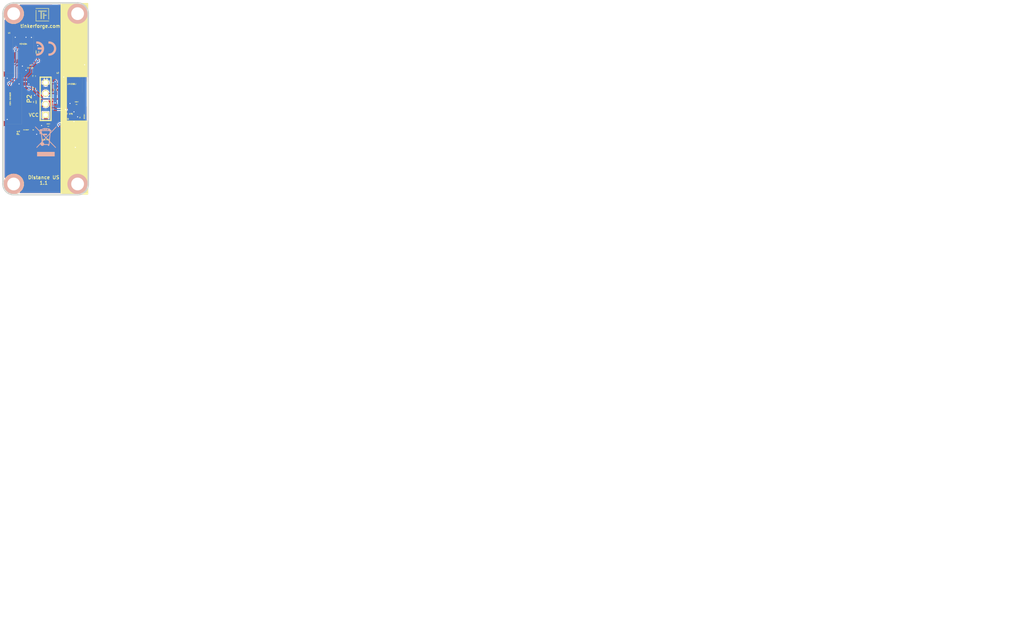
<source format=kicad_pcb>
(kicad_pcb (version 4) (host pcbnew "(2015-03-18 BZR 5525)-product")
  (title_block (title "Distance US Bricklet") (date "Di 01 Sep 2015") (rev 1.1) (company "Tinkerforge GmbH") (comment 1 "Licensed under CERN OHL v.1.1") (comment 2 "Copyright (©) 2015, B.Nordmeyer <bastian@tinkerforge.com>"))
  (layers (0 Vorderseite signal) (31 Rückseite signal) (34 B.Paste user) (35 F.Paste user) (36 B.SilkS user) (37 F.SilkS user) (38 B.Mask user) (39 F.Mask user) (44 Edge.Cuts user))
  (net 0 "")
  (net 1 +5V)
  (net 2 GND)
  (net 3 Trigger)
  (net 4 VAA)
  (net 5 VCC)
  (net 6 "Net-(C5-Pad2)")
  (net 7 "Net-(C6-Pad1)")
  (net 8 "Net-(D1-Pad1)")
  (net 9 "Net-(D1-Pad2)")
  (net 10 "Net-(P1-Pad4)")
  (net 11 "Net-(P1-Pad5)")
  (net 12 "Net-(P1-Pad6)")
  (net 13 "Net-(P1-Pad8)")
  (net 14 "Net-(P1-Pad9)")
  (net 15 "Net-(P2-Pad3)")
  (net 16 "Net-(R2-Pad1)")
  (net 17 "Net-(R4-Pad2)")
  (module kicad-libraries:0603 (layer Vorderseite) (at 50.3 39.9 90)
    (fp_text reference C1 (at 0.05 0.225 90) (layer F.SilkS) (effects (font (size 0.2 0.2) (thickness 0.05))))
    (fp_text value 100nF (at 0.05 -0.375 90) (layer F.SilkS) (effects (font (size 0.2 0.2) (thickness 0.05))))
    (pad 1 smd rect (at -0.8001 0 90) (size 0.8001 0.8001) (layers Vorderseite F.Paste F.Mask) (net 2 GND))
    (pad 2 smd rect (at 0.8001 0 90) (size 0.8001 0.8001) (layers Vorderseite F.Paste F.Mask) (net 1 +5V))
  )
  (module kicad-libraries:0805 (layer Vorderseite) (at 49.3 34.625 180)
    (fp_text reference C2 (at 0 0.2 180) (layer F.SilkS) (effects (font (size 0.2 0.2) (thickness 0.05))))
    (fp_text value "2.2uF 10V" (at 0 -0.4 180) (layer F.SilkS) (effects (font (size 0.2 0.2) (thickness 0.05))))
    (pad 1 smd rect (at -1.00076 0 180) (size 1.00076 1.24968) (layers Vorderseite F.Paste F.Mask) (net 4 VAA))
    (pad 2 smd rect (at 1.00076 0 180) (size 1.00076 1.24968) (layers Vorderseite F.Paste F.Mask) (net 2 GND))
  )
  (module kicad-libraries:0603 (layer Vorderseite) (at 51.05 31.35 90)
    (fp_text reference C3 (at 0.05 0.225 90) (layer F.SilkS) (effects (font (size 0.2 0.2) (thickness 0.05))))
    (fp_text value 100nF (at 0.05 -0.375 90) (layer F.SilkS) (effects (font (size 0.2 0.2) (thickness 0.05))))
    (pad 1 smd rect (at -0.8001 0 90) (size 0.8001 0.8001) (layers Vorderseite F.Paste F.Mask) (net 5 VCC) (clearance 0.14986))
    (pad 2 smd rect (at 0.8001 0 90) (size 0.8001 0.8001) (layers Vorderseite F.Paste F.Mask) (net 2 GND) (clearance 0.14986))
  )
  (module kicad-libraries:0603 (layer Vorderseite) (at 60.125 43.4)
    (fp_text reference C4 (at 0.05 0.225) (layer F.SilkS) (effects (font (size 0.2 0.2) (thickness 0.05))))
    (fp_text value 100nF (at 0.05 -0.375) (layer F.SilkS) (effects (font (size 0.2 0.2) (thickness 0.05))))
    (pad 1 smd rect (at -0.8001 0) (size 0.8001 0.8001) (layers Vorderseite F.Paste F.Mask) (net 2 GND))
    (pad 2 smd rect (at 0.8001 0) (size 0.8001 0.8001) (layers Vorderseite F.Paste F.Mask) (net 5 VCC))
  )
  (module kicad-libraries:0603 (layer Vorderseite) (at 50.3 43 270)
    (fp_text reference C5 (at 0.05 0.225 270) (layer F.SilkS) (effects (font (size 0.2 0.2) (thickness 0.05))))
    (fp_text value 100nF (at 0.05 -0.375 270) (layer F.SilkS) (effects (font (size 0.2 0.2) (thickness 0.05))))
    (pad 1 smd rect (at -0.8001 0 270) (size 0.8001 0.8001) (layers Vorderseite F.Paste F.Mask) (net 2 GND))
    (pad 2 smd rect (at 0.8001 0 270) (size 0.8001 0.8001) (layers Vorderseite F.Paste F.Mask) (net 6 "Net-(C5-Pad2)"))
  )
  (module kicad-libraries:1206 (layer Vorderseite) (at 58.05 46.5)
    (fp_text reference C6 (at 0 0.5375) (layer F.SilkS) (effects (font (size 0.3 0.3) (thickness 0.075))))
    (fp_text value "0,1µF NP0" (at 0 -0.65) (layer F.SilkS) (effects (font (size 0.3 0.3) (thickness 0.075))))
    (pad 1 smd rect (at -1.50114 0) (size 1.00076 1.6002) (layers Vorderseite F.Paste F.Mask) (net 7 "Net-(C6-Pad1)"))
    (pad 2 smd rect (at 1.50114 0) (size 1.00076 1.6002) (layers Vorderseite F.Paste F.Mask) (net 2 GND))
  )
  (module kicad-libraries:0603 (layer Vorderseite) (at 53.5 48.575)
    (fp_text reference C7 (at 0.05 0.225) (layer F.SilkS) (effects (font (size 0.2 0.2) (thickness 0.05))))
    (fp_text value 100nF (at 0.05 -0.375) (layer F.SilkS) (effects (font (size 0.2 0.2) (thickness 0.05))))
    (pad 1 smd rect (at -0.8001 0) (size 0.8001 0.8001) (layers Vorderseite F.Paste F.Mask) (net 2 GND))
    (pad 2 smd rect (at 0.8001 0) (size 0.8001 0.8001) (layers Vorderseite F.Paste F.Mask) (net 4 VAA))
  )
  (module kicad-libraries:SOD-123 (layer Vorderseite) (at 61.425 46.975 270)
    (fp_text reference D1 (at -0.3 0.46 270) (layer F.SilkS) (effects (font (size 0.2 0.2) (thickness 0.05))))
    (fp_text value BAS16H (at -0.5 -0.54 270) (layer F.SilkS) (effects (font (size 0.2 0.2) (thickness 0.05))))
    (pad 1 smd rect (at -1.84912 0 270) (size 1.19888 0.70104) (layers Vorderseite F.Paste F.Mask) (net 8 "Net-(D1-Pad1)") (clearance 0.14986))
    (pad 2 smd rect (at 1.84912 0 270) (size 1.19888 0.70104) (layers Vorderseite F.Paste F.Mask) (net 9 "Net-(D1-Pad2)") (clearance 0.14986))
  )
  (module kicad-libraries:0603 (layer Vorderseite) (at 50.3 37 90)
    (fp_text reference L1 (at 0.05 0.225 90) (layer F.SilkS) (effects (font (size 0.2 0.2) (thickness 0.05))))
    (fp_text value FB (at 0.05 -0.375 90) (layer F.SilkS) (effects (font (size 0.2 0.2) (thickness 0.05))))
    (pad 1 smd rect (at -0.8001 0 90) (size 0.8001 0.8001) (layers Vorderseite F.Paste F.Mask) (net 1 +5V))
    (pad 2 smd rect (at 0.8001 0 90) (size 0.8001 0.8001) (layers Vorderseite F.Paste F.Mask) (net 4 VAA))
  )
  (module kicad-libraries:CON-SENSOR (layer Vorderseite) (at 43 42.3 270)
    (fp_text reference P1 (at 7.9502 -3.50012 270) (layer F.SilkS) (effects (font (size 0.59944 0.59944) (thickness 0.12446))))
    (fp_text value CON-SENSOR (at 0 -1.6002 270) (layer F.SilkS) (effects (font (size 0.29972 0.29972) (thickness 0.07112))))
    (pad 1 smd rect (at -4.50088 -4.7752 270) (size 0.59944 1.5494) (layers Vorderseite F.Paste F.Mask) (net 1 +5V))
    (pad 2 smd rect (at -3.50012 -4.7752 270) (size 0.59944 1.5494) (layers Vorderseite F.Paste F.Mask) (net 2 GND))
    (pad 3 smd rect (at -2.49936 -4.7752 270) (size 0.59944 1.5494) (layers Vorderseite F.Paste F.Mask) (net 5 VCC))
    (pad 4 smd rect (at -1.50114 -4.7752 270) (size 0.59944 1.5494) (layers Vorderseite F.Paste F.Mask) (net 10 "Net-(P1-Pad4)"))
    (pad 5 smd rect (at -0.50038 -4.7752 270) (size 0.59944 1.5494) (layers Vorderseite F.Paste F.Mask) (net 11 "Net-(P1-Pad5)"))
    (pad 6 smd rect (at 0.50038 -4.7752 270) (size 0.59944 1.5494) (layers Vorderseite F.Paste F.Mask) (net 12 "Net-(P1-Pad6)"))
    (pad 7 smd rect (at 1.50114 -4.7752 270) (size 0.59944 1.5494) (layers Vorderseite F.Paste F.Mask) (net 6 "Net-(C5-Pad2)"))
    (pad 8 smd rect (at 2.49936 -4.7752 270) (size 0.59944 1.5494) (layers Vorderseite F.Paste F.Mask) (net 13 "Net-(P1-Pad8)"))
    (pad 9 smd rect (at 3.50012 -4.7752 270) (size 0.59944 1.5494) (layers Vorderseite F.Paste F.Mask) (net 14 "Net-(P1-Pad9)"))
    (pad 10 smd rect (at 4.50088 -4.7752 270) (size 0.59944 1.5494) (layers Vorderseite F.Paste F.Mask))
    (pad EP smd rect (at -5.79882 -0.89916 270) (size 1.19888 1.80086) (layers Vorderseite F.Paste F.Mask) (net 2 GND))
    (pad EP smd rect (at 5.79882 -0.89916 270) (size 1.19888 1.80086) (layers Vorderseite F.Paste F.Mask) (net 2 GND))
  )
  (module kicad-libraries:pin_array_4x1 (layer Vorderseite) (at 52.9 42.3 90)
    (fp_text reference P2 (at 0 -3.81 90) (layer F.SilkS) (effects (font (size 1.016 1.016) (thickness 0.2032))))
    (fp_text value CONN_4 hide)
    (pad 1 thru_hole rect (at -3.81 0 90) (size 1.524 1.524) (drill 1.016) (layers *.Cu *.Mask F.SilkS) (net 4 VAA))
    (pad 2 thru_hole circle (at -1.27 0 90) (size 1.524 1.524) (drill 1.016) (layers *.Cu *.Mask F.SilkS) (net 3 Trigger))
    (pad 3 thru_hole circle (at 1.27 0 90) (size 1.524 1.524) (drill 1.016) (layers *.Cu *.Mask F.SilkS) (net 15 "Net-(P2-Pad3)"))
    (pad 4 thru_hole circle (at 3.81 0 90) (size 1.524 1.524) (drill 1.016) (layers *.Cu *.Mask F.SilkS) (net 2 GND))
  )
  (module kicad-libraries:SOT23GDS (layer Vorderseite) (at 49.1 49.6 180)
    (fp_text reference Q1 (at -0.925 0 180) (layer F.SilkS) (effects (font (size 0.2 0.2) (thickness 0.05))))
    (fp_text value 2N7002P (at 0.775 0 180) (layer F.SilkS) (effects (font (size 0.2 0.2) (thickness 0.05))))
    (pad S smd rect (at -0.889 -1.016 180) (size 0.9144 0.9144) (layers Vorderseite F.Paste F.Mask) (net 2 GND))
    (pad G smd rect (at 0.889 -1.016 180) (size 0.9144 0.9144) (layers Vorderseite F.Paste F.Mask) (net 14 "Net-(P1-Pad9)"))
    (pad D smd rect (at 0 1.016 180) (size 0.9144 0.9144) (layers Vorderseite F.Paste F.Mask) (net 3 Trigger))
  )
  (module kicad-libraries:SOT23GDS (layer Vorderseite) (at 58.175 52.675 180)
    (fp_text reference Q2 (at -0.925 0 180) (layer F.SilkS) (effects (font (size 0.2 0.2) (thickness 0.05))))
    (fp_text value 2N7002P (at 0.775 0 180) (layer F.SilkS) (effects (font (size 0.2 0.2) (thickness 0.05))))
    (pad S smd rect (at -0.889 -1.016 180) (size 0.9144 0.9144) (layers Vorderseite F.Paste F.Mask) (net 2 GND))
    (pad G smd rect (at 0.889 -1.016 180) (size 0.9144 0.9144) (layers Vorderseite F.Paste F.Mask) (net 13 "Net-(P1-Pad8)"))
    (pad D smd rect (at 0 1.016 180) (size 0.9144 0.9144) (layers Vorderseite F.Paste F.Mask) (net 7 "Net-(C6-Pad1)"))
  )
  (module kicad-libraries:0603 (layer Vorderseite) (at 58.775 48.825)
    (fp_text reference R1 (at 0.05 0.225) (layer F.SilkS) (effects (font (size 0.2 0.2) (thickness 0.05))))
    (fp_text value 160k (at 0.05 -0.375) (layer F.SilkS) (effects (font (size 0.2 0.2) (thickness 0.05))))
    (pad 1 smd rect (at -0.8001 0) (size 0.8001 0.8001) (layers Vorderseite F.Paste F.Mask) (net 7 "Net-(C6-Pad1)"))
    (pad 2 smd rect (at 0.8001 0) (size 0.8001 0.8001) (layers Vorderseite F.Paste F.Mask) (net 9 "Net-(D1-Pad2)"))
  )
  (module kicad-libraries:0603 (layer Vorderseite) (at 57.55 34.3 180)
    (fp_text reference R2 (at 0.05 0.225 180) (layer F.SilkS) (effects (font (size 0.2 0.2) (thickness 0.05))))
    (fp_text value 10k (at 0.05 -0.375 180) (layer F.SilkS) (effects (font (size 0.2 0.2) (thickness 0.05))))
    (pad 1 smd rect (at -0.8001 0 180) (size 0.8001 0.8001) (layers Vorderseite F.Paste F.Mask) (net 16 "Net-(R2-Pad1)"))
    (pad 2 smd rect (at 0.8001 0 180) (size 0.8001 0.8001) (layers Vorderseite F.Paste F.Mask) (net 4 VAA))
  )
  (module kicad-libraries:0603 (layer Vorderseite) (at 60.525 34.3 180)
    (fp_text reference R3 (at 0.05 0.225 180) (layer F.SilkS) (effects (font (size 0.2 0.2) (thickness 0.05))))
    (fp_text value 10k (at 0.05 -0.375 180) (layer F.SilkS) (effects (font (size 0.2 0.2) (thickness 0.05))))
    (pad 1 smd rect (at -0.8001 0 180) (size 0.8001 0.8001) (layers Vorderseite F.Paste F.Mask) (net 2 GND))
    (pad 2 smd rect (at 0.8001 0 180) (size 0.8001 0.8001) (layers Vorderseite F.Paste F.Mask) (net 16 "Net-(R2-Pad1)"))
  )
  (module kicad-libraries:0603 (layer Vorderseite) (at 55.225 40.225 90)
    (fp_text reference R4 (at 0.05 0.225 90) (layer F.SilkS) (effects (font (size 0.2 0.2) (thickness 0.05))))
    (fp_text value 10k (at 0.05 -0.375 90) (layer F.SilkS) (effects (font (size 0.2 0.2) (thickness 0.05))))
    (pad 1 smd rect (at -0.8001 0 90) (size 0.8001 0.8001) (layers Vorderseite F.Paste F.Mask) (net 15 "Net-(P2-Pad3)"))
    (pad 2 smd rect (at 0.8001 0 90) (size 0.8001 0.8001) (layers Vorderseite F.Paste F.Mask) (net 17 "Net-(R4-Pad2)"))
  )
  (module kicad-libraries:0603X4 (layer Vorderseite) (at 53.475 51.9 180)
    (fp_text reference RP1 (at 0 0 180) (layer F.SilkS) (effects (font (size 0.29972 0.29972) (thickness 0.0762))))
    (fp_text value 10k (at 1.00076 0 180) (layer F.SilkS) (effects (font (size 0.29972 0.29972) (thickness 0.0762))))
    (pad 1 smd rect (at 1.19888 -0.8509 180) (size 0.44958 0.89916) (layers Vorderseite F.Paste F.Mask) (net 3 Trigger))
    (pad 2 smd rect (at 0.39878 -0.8509 180) (size 0.44958 0.89916) (layers Vorderseite F.Paste F.Mask))
    (pad 3 smd rect (at -0.39878 -0.8509 180) (size 0.44958 0.89916) (layers Vorderseite F.Paste F.Mask) (net 14 "Net-(P1-Pad9)"))
    (pad 4 smd rect (at -1.19888 -0.8509 180) (size 0.44958 0.89916) (layers Vorderseite F.Paste F.Mask) (net 13 "Net-(P1-Pad8)"))
    (pad 5 smd rect (at -1.19888 0.8509 180) (size 0.44958 0.89916) (layers Vorderseite F.Paste F.Mask) (net 5 VCC))
    (pad 6 smd rect (at -0.39878 0.8509 180) (size 0.44958 0.89916) (layers Vorderseite F.Paste F.Mask) (net 5 VCC))
    (pad 7 smd rect (at 0.39878 0.8509 180) (size 0.44958 0.89916) (layers Vorderseite F.Paste F.Mask))
    (pad 8 smd rect (at 1.19888 0.8509 180) (size 0.44958 0.89916) (layers Vorderseite F.Paste F.Mask) (net 4 VAA))
  )
  (module kicad-libraries:SOIC8 (layer Vorderseite) (at 47.675 29.425 180)
    (fp_text reference U1 (at 3.29946 2.60096 180) (layer F.SilkS) (effects (font (size 0.29972 0.29972) (thickness 0.0762))))
    (fp_text value M24C64 (at 0 0 180) (layer F.SilkS) (effects (font (size 0.29972 0.29972) (thickness 0.0762))))
    (pad 1 smd rect (at -1.90246 2.69748) (size 0.59944 1.5494) (layers Vorderseite F.Paste F.Mask) (net 2 GND))
    (pad 2 smd rect (at -0.63246 2.69748) (size 0.59944 1.5494) (layers Vorderseite F.Paste F.Mask) (net 2 GND))
    (pad 3 smd rect (at 0.63246 2.69748) (size 0.59944 1.5494) (layers Vorderseite F.Paste F.Mask) (net 12 "Net-(P1-Pad6)"))
    (pad 4 smd rect (at 1.90246 2.69748) (size 0.59944 1.5494) (layers Vorderseite F.Paste F.Mask) (net 2 GND))
    (pad 5 smd rect (at 1.90246 -2.69748 180) (size 0.59944 1.5494) (layers Vorderseite F.Paste F.Mask) (net 11 "Net-(P1-Pad5)"))
    (pad 6 smd rect (at 0.63246 -2.69748 180) (size 0.59944 1.5494) (layers Vorderseite F.Paste F.Mask) (net 10 "Net-(P1-Pad4)"))
    (pad 7 smd rect (at -0.63246 -2.69748 180) (size 0.59944 1.5494) (layers Vorderseite F.Paste F.Mask))
    (pad 8 smd rect (at -1.90246 -2.69748 180) (size 0.59944 1.5494) (layers Vorderseite F.Paste F.Mask) (net 5 VCC))
  )
  (module kicad-libraries:SOIC8 (layer Vorderseite) (at 59.05 38.825 180)
    (fp_text reference U2 (at 3.29946 2.60096 180) (layer F.SilkS) (effects (font (size 0.29972 0.29972) (thickness 0.0762))))
    (fp_text value LMV358LI (at 0 0 180) (layer F.SilkS) (effects (font (size 0.29972 0.29972) (thickness 0.0762))))
    (pad 1 smd rect (at -1.90246 2.69748) (size 0.59944 1.5494) (layers Vorderseite F.Paste F.Mask) (net 8 "Net-(D1-Pad1)"))
    (pad 2 smd rect (at -0.63246 2.69748) (size 0.59944 1.5494) (layers Vorderseite F.Paste F.Mask) (net 16 "Net-(R2-Pad1)"))
    (pad 3 smd rect (at 0.63246 2.69748) (size 0.59944 1.5494) (layers Vorderseite F.Paste F.Mask) (net 17 "Net-(R4-Pad2)"))
    (pad 4 smd rect (at 1.90246 2.69748) (size 0.59944 1.5494) (layers Vorderseite F.Paste F.Mask) (net 2 GND))
    (pad 5 smd rect (at 1.90246 -2.69748 180) (size 0.59944 1.5494) (layers Vorderseite F.Paste F.Mask) (net 7 "Net-(C6-Pad1)"))
    (pad 6 smd rect (at 0.63246 -2.69748 180) (size 0.59944 1.5494) (layers Vorderseite F.Paste F.Mask) (net 6 "Net-(C5-Pad2)"))
    (pad 7 smd rect (at -0.63246 -2.69748 180) (size 0.59944 1.5494) (layers Vorderseite F.Paste F.Mask) (net 6 "Net-(C5-Pad2)"))
    (pad 8 smd rect (at -1.90246 -2.69748 180) (size 0.59944 1.5494) (layers Vorderseite F.Paste F.Mask) (net 5 VCC))
  )
  (module kicad-libraries:DRILL_NP (layer Vorderseite) (at 60.4 22.3)
    (fp_text reference U3 hide)
    (fp_text value DRILL hide)
    (pad "" np_thru_hole circle (at 0 0) (size 2.99974 2.99974) (drill 2.99974) (layers *.Cu *.Mask F.SilkS) (clearance 0.89916))
  )
  (module kicad-libraries:DRILL_NP (layer Vorderseite) (at 45.4 62.3)
    (fp_text reference U4 hide)
    (fp_text value DRILL hide)
    (pad "" np_thru_hole circle (at 0 0) (size 2.99974 2.99974) (drill 2.99974) (layers *.Cu *.Mask F.SilkS) (clearance 0.89916))
  )
  (module kicad-libraries:DRILL_NP (layer Vorderseite) (at 60.4 62.3)
    (fp_text reference U5 hide)
    (fp_text value DRILL hide)
    (pad "" np_thru_hole circle (at 0 0) (size 2.99974 2.99974) (drill 2.99974) (layers *.Cu *.Mask F.SilkS) (clearance 0.89916))
  )
  (module kicad-libraries:DRILL_NP (layer Vorderseite) (at 45.4 22.3)
    (fp_text reference U6 hide)
    (fp_text value DRILL hide)
    (pad "" np_thru_hole circle (at 0 0) (size 2.99974 2.99974) (drill 2.99974) (layers *.Cu *.Mask F.SilkS) (clearance 0.89916))
  )
  (module kicad-libraries:Logo_31x31 (layer Vorderseite) (at 50.55 20.975)
    (fp_text reference G*** hide)
    (fp_text value Logo_31x31 hide)
  )
  (module kicad-libraries:WEEE_7mm_back (layer Rückseite) (at 52.925 52.3)
    (fp_text reference VAL hide)
    (fp_text value WEEE_7mm_back hide)
  )
  (module kicad-libraries:CE_5mm (layer Rückseite) (at 53 30.5 180)
    (fp_text reference VAL hide)
    (fp_text value CE_5mm hide)
  )
  (module kicad-libraries:Fiducial_Mark (layer Vorderseite) (at 55.1 21.3)
    (fp_text reference Fiducial_Mark hide)
    (fp_text value VAL** hide)
    (pad 1 smd circle (at 0 0) (size 1.00076 1.00076) (layers Vorderseite F.Mask) (clearance 0.65024))
  )
  (module kicad-libraries:Fiducial_Mark (layer Vorderseite) (at 45.4 57.3)
    (fp_text reference Fiducial_Mark hide)
    (fp_text value VAL** hide)
    (pad 1 smd circle (at 0 0) (size 1.00076 1.00076) (layers Vorderseite F.Mask) (clearance 0.65024))
  )
  (gr_text VCC (at 50.1 46.1) (layer F.SilkS) (effects (font (size 0.8 0.8))))
  (gr_line (start 62.9 22.25) (end 62.9 62.3) (angle 90) (layer Edge.Cuts) (width 0.381))
  (gr_line (start 45.4 19.8) (end 60.4 19.8) (angle 90) (layer Edge.Cuts) (width 0.381))
  (gr_line (start 42.9 62.3) (end 42.9 22.3) (angle 90) (layer Edge.Cuts) (width 0.381))
  (gr_line (start 60.4 64.8) (end 45.4 64.8) (angle 90) (layer Edge.Cuts) (width 0.381))
  (gr_arc (start 60.4 62.3) (end 62.9 62.3) (angle 90) (layer Edge.Cuts) (width 0.381))
  (gr_arc (start 60.4 22.3) (end 60.4 19.8) (angle 90) (layer Edge.Cuts) (width 0.381))
  (gr_arc (start 45.4 22.3) (end 42.9 22.3) (angle 90) (layer Edge.Cuts) (width 0.381))
  (gr_arc (start 45.4 62.3) (end 45.4 64.8) (angle 90) (layer Edge.Cuts) (width 0.381))
  (gr_text "Distance US\n1.1" (at 52.45 61.4) (layer F.SilkS) (effects (font (size 0.8 0.8))))
  (gr_text tinkerforge.com (at 51.65 25.225) (layer F.SilkS) (effects (font (size 0.8 0.8))))
  (segment (start 50.3 39.0999) (end 50.3 37.8001) (width 0.8001) (layer Vorderseite) (net 1))
  (segment (start 47.7752 37.79912) (end 50.29902 37.79912) (width 0.59944) (layer Vorderseite) (net 1))
  (segment (start 50.29902 37.79912) (end 50.3 37.8001) (width 0.8001) (layer Vorderseite) (net 1))
  (segment (start 50.3 41.45) (end 48.325 41.45) (width 0.29972) (layer Rückseite) (net 2))
  (via (at 50.3 41.45) (size 0.70104) (layers Vorderseite Rückseite) (net 2))
  (segment (start 46.675 39.8) (end 46.675 38.8) (width 0.29972) (layer Rückseite) (net 2))
  (segment (start 48.325 41.45) (end 46.675 39.8) (width 0.29972) (layer Rückseite) (net 2))
  (segment (start 52.9 38.49) (end 52.9 36.825) (width 0.29972) (layer Rückseite) (net 2))
  (segment (start 55.9 35.95) (end 57.15 37.2) (width 0.29972) (layer Rückseite) (net 2))
  (segment (start 53.775 35.95) (end 55.9 35.95) (width 0.29972) (layer Rückseite) (net 2))
  (segment (start 52.9 36.825) (end 53.775 35.95) (width 0.29972) (layer Rückseite) (net 2))
  (segment (start 59.55 45.35) (end 59.55 44.325) (width 0.29972) (layer Rückseite) (net 2))
  (segment (start 59.55114 45.35114) (end 59.55 45.35) (width 0.8001) (layer Vorderseite) (net 2))
  (via (at 59.55 45.35) (size 0.70104) (layers Vorderseite Rückseite) (net 2))
  (segment (start 59.55114 46.5) (end 59.55114 45.35114) (width 0.8001) (layer Vorderseite) (net 2))
  (segment (start 59.55 44.325) (end 58.625 43.4) (width 0.29972) (layer Rückseite) (net 2))
  (segment (start 57.15 37.2) (end 57.15 41.925) (width 0.29972) (layer Rückseite) (net 2))
  (segment (start 57.15 41.925) (end 58.625 43.4) (width 0.29972) (layer Rückseite) (net 2))
  (via (at 58.625 43.4) (size 0.70104) (layers Vorderseite Rückseite) (net 2))
  (segment (start 58.625 43.4) (end 59.3249 43.4) (width 0.59944) (layer Vorderseite) (net 2))
  (segment (start 57.15 37.2) (end 57.15 34.675) (width 0.29972) (layer Rückseite) (net 2))
  (segment (start 57.14754 37.19754) (end 57.15 37.2) (width 0.59944) (layer Vorderseite) (net 2))
  (via (at 57.15 37.2) (size 0.70104) (layers Vorderseite Rückseite) (net 2))
  (segment (start 57.14754 36.12752) (end 57.14754 37.19754) (width 0.59944) (layer Vorderseite) (net 2))
  (segment (start 57.15 34.675) (end 57.525 34.3) (width 0.29972) (layer Rückseite) (net 2))
  (segment (start 51.05 29.8) (end 53 29.8) (width 0.29972) (layer Rückseite) (net 2))
  (via (at 62.05 34.3) (size 0.70104) (layers Vorderseite Rückseite) (net 2))
  (segment (start 62.05 34.3) (end 61.3251 34.3) (width 0.59944) (layer Vorderseite) (net 2))
  (segment (start 57.5 34.3) (end 57.525 34.3) (width 0.29972) (layer Rückseite) (net 2))
  (segment (start 57.525 34.3) (end 62.05 34.3) (width 0.29972) (layer Rückseite) (net 2))
  (segment (start 53 29.8) (end 57.5 34.3) (width 0.29972) (layer Rückseite) (net 2))
  (segment (start 49.575 27.875) (end 49.575 28.325) (width 0.29972) (layer Rückseite) (net 2))
  (via (at 51.05 29.8) (size 0.70104) (layers Vorderseite Rückseite) (net 2))
  (segment (start 51.05 29.8) (end 51.05 30.5499) (width 0.29972) (layer Vorderseite) (net 2))
  (segment (start 49.575 28.325) (end 51.05 29.8) (width 0.29972) (layer Rückseite) (net 2))
  (segment (start 48.3 27.85) (end 49.55 27.85) (width 0.29972) (layer Rückseite) (net 2))
  (segment (start 49.57746 27.87254) (end 49.575 27.875) (width 0.29972) (layer Vorderseite) (net 2))
  (via (at 49.575 27.875) (size 0.70104) (layers Vorderseite Rückseite) (net 2))
  (segment (start 49.57746 27.87254) (end 49.57746 26.72752) (width 0.29972) (layer Vorderseite) (net 2))
  (segment (start 49.55 27.85) (end 49.575 27.875) (width 0.29972) (layer Rückseite) (net 2))
  (segment (start 45.775 27.85) (end 48.3 27.85) (width 0.29972) (layer Rückseite) (net 2))
  (segment (start 48.30746 27.84254) (end 48.3 27.85) (width 0.29972) (layer Vorderseite) (net 2))
  (via (at 48.3 27.85) (size 0.70104) (layers Vorderseite Rückseite) (net 2))
  (segment (start 48.30746 27.84254) (end 48.30746 26.72752) (width 0.29972) (layer Vorderseite) (net 2))
  (segment (start 43.9 37.475) (end 43.9 35.825) (width 0.29972) (layer Rückseite) (net 2))
  (segment (start 45.77254 27.84754) (end 45.775 27.85) (width 0.29972) (layer Vorderseite) (net 2))
  (via (at 45.775 27.85) (size 0.70104) (layers Vorderseite Rückseite) (net 2))
  (segment (start 45.77254 27.84754) (end 45.77254 26.72752) (width 0.29972) (layer Vorderseite) (net 2))
  (segment (start 44.775 28.85) (end 45.775 27.85) (width 0.29972) (layer Rückseite) (net 2))
  (segment (start 44.775 34.95) (end 44.775 28.85) (width 0.29972) (layer Rückseite) (net 2))
  (segment (start 43.9 35.825) (end 44.775 34.95) (width 0.29972) (layer Rückseite) (net 2))
  (segment (start 46.675 38.8) (end 45.975 38.8) (width 0.29972) (layer Rückseite) (net 2))
  (segment (start 45.975 38.8) (end 45.05 39.725) (width 0.29972) (layer Rückseite) (net 2))
  (segment (start 45.05 39.725) (end 43.9 39.725) (width 0.29972) (layer Rückseite) (net 2))
  (segment (start 46.67512 38.79988) (end 46.675 38.8) (width 0.8001) (layer Vorderseite) (net 2))
  (segment (start 47.7752 38.79988) (end 46.67512 38.79988) (width 0.8001) (layer Vorderseite) (net 2))
  (via (at 46.675 38.8) (size 0.70104) (layers Vorderseite Rückseite) (net 2))
  (segment (start 43.9 47.15) (end 43.9 39.725) (width 0.29972) (layer Rückseite) (net 2))
  (segment (start 43.9 39.725) (end 43.9 39.7) (width 0.29972) (layer Rückseite) (net 2))
  (segment (start 43.9 39.7) (end 43.725 39.525) (width 0.29972) (layer Rückseite) (net 2))
  (segment (start 43.725 39.525) (end 43.725 37.65) (width 0.29972) (layer Rückseite) (net 2))
  (segment (start 43.725 37.65) (end 43.9 37.475) (width 0.29972) (layer Rückseite) (net 2))
  (via (at 43.9 37.475) (size 0.70104) (layers Vorderseite Rückseite) (net 2))
  (segment (start 43.9 37.475) (end 43.89916 37.47416) (width 0.29972) (layer Vorderseite) (net 2))
  (segment (start 43.89916 37.47416) (end 43.89916 36.50118) (width 0.29972) (layer Vorderseite) (net 2))
  (segment (start 51.95 48.575) (end 45.325 48.575) (width 0.29972) (layer Rückseite) (net 2))
  (segment (start 43.89916 47.15084) (end 43.89916 48.09882) (width 0.29972) (layer Vorderseite) (net 2))
  (segment (start 43.9 47.15) (end 43.89916 47.15084) (width 0.29972) (layer Vorderseite) (net 2))
  (via (at 43.9 47.15) (size 0.70104) (layers Vorderseite Rückseite) (net 2))
  (segment (start 45.325 48.575) (end 43.9 47.15) (width 0.29972) (layer Rückseite) (net 2))
  (segment (start 50.8 50.625) (end 50.8 49.725) (width 0.29972) (layer Rückseite) (net 2))
  (via (at 51.95 48.575) (size 0.70104) (layers Vorderseite Rückseite) (net 2))
  (segment (start 51.95 48.575) (end 52.6999 48.575) (width 0.8001) (layer Vorderseite) (net 2))
  (segment (start 50.8 49.725) (end 51.95 48.575) (width 0.29972) (layer Rückseite) (net 2))
  (segment (start 59.875 53.7) (end 53.875 53.7) (width 0.29972) (layer Rückseite) (net 2))
  (segment (start 50.791 50.616) (end 50.8 50.625) (width 0.8001) (layer Vorderseite) (net 2))
  (via (at 50.8 50.625) (size 0.70104) (layers Vorderseite Rückseite) (net 2))
  (segment (start 50.791 50.616) (end 49.989 50.616) (width 0.8001) (layer Vorderseite) (net 2))
  (segment (start 53.875 53.7) (end 50.8 50.625) (width 0.29972) (layer Rückseite) (net 2))
  (segment (start 59.55 47.65) (end 59.55 53.375) (width 0.29972) (layer Rückseite) (net 2))
  (segment (start 59.55114 47.64886) (end 59.55 47.65) (width 0.8001) (layer Vorderseite) (net 2))
  (via (at 59.55 47.65) (size 0.70104) (layers Vorderseite Rückseite) (net 2))
  (segment (start 59.55114 46.5) (end 59.55114 47.64886) (width 0.8001) (layer Vorderseite) (net 2))
  (segment (start 59.866 53.691) (end 59.875 53.7) (width 0.8001) (layer Vorderseite) (net 2))
  (via (at 59.875 53.7) (size 0.70104) (layers Vorderseite Rückseite) (net 2))
  (segment (start 59.866 53.691) (end 59.064 53.691) (width 0.8001) (layer Vorderseite) (net 2))
  (segment (start 59.55 53.375) (end 59.875 53.7) (width 0.29972) (layer Rückseite) (net 2))
  (segment (start 47.7752 38.79988) (end 48.94988 38.79988) (width 0.8001) (layer Vorderseite) (net 2))
  (via (at 48.95 38.8) (size 0.70104) (layers Vorderseite Rückseite) (net 2))
  (segment (start 48.94988 38.79988) (end 48.95 38.8) (width 0.8001) (layer Vorderseite) (net 2))
  (segment (start 50.3 42.1999) (end 50.3 41.45) (width 0.8001) (layer Vorderseite) (net 2))
  (segment (start 50.3 41.45) (end 50.3 40.7001) (width 0.8001) (layer Vorderseite) (net 2))
  (segment (start 59.55114 46.5) (end 60.375 46.5) (width 0.8001) (layer Vorderseite) (net 2))
  (via (at 60.4 46.525) (size 0.70104) (layers Vorderseite Rückseite) (net 2))
  (segment (start 60.375 46.5) (end 60.4 46.525) (width 0.8001) (layer Vorderseite) (net 2))
  (via (at 47.45 34.625) (size 0.70104) (layers Vorderseite Rückseite) (net 2))
  (segment (start 48.29924 34.625) (end 47.45 34.625) (width 0.8001) (layer Vorderseite) (net 2))
  (segment (start 46.675 37.225) (end 48.3 35.6) (width 0.29972) (layer Rückseite) (net 2))
  (segment (start 48.29924 35.59924) (end 48.29924 34.625) (width 0.8001) (layer Vorderseite) (net 2))
  (via (at 48.3 35.6) (size 0.70104) (layers Vorderseite Rückseite) (net 2))
  (segment (start 48.29924 35.59924) (end 48.3 35.6) (width 0.8001) (layer Vorderseite) (net 2))
  (segment (start 46.675 38.8) (end 46.675 37.225) (width 0.29972) (layer Rückseite) (net 2))
  (segment (start 52.27612 52.7509) (end 50.2259 52.7509) (width 0.29972) (layer Vorderseite) (net 3))
  (segment (start 49.1 51.625) (end 49.1 48.584) (width 0.29972) (layer Vorderseite) (net 3))
  (segment (start 50.2259 52.7509) (end 49.1 51.625) (width 0.29972) (layer Vorderseite) (net 3))
  (segment (start 49.075 48.609) (end 49.1 48.584) (width 0.29972) (layer Vorderseite) (net 3))
  (segment (start 52.9 43.57) (end 52.655 43.57) (width 0.29972) (layer Vorderseite) (net 3))
  (segment (start 52.655 43.57) (end 49.1 47.125) (width 0.29972) (layer Vorderseite) (net 3))
  (segment (start 49.1 47.125) (end 49.1 48.584) (width 0.29972) (layer Vorderseite) (net 3))
  (segment (start 52.27612 51.0491) (end 52.27612 50.22388) (width 0.29972) (layer Vorderseite) (net 4))
  (segment (start 54.3001 49.3499) (end 54.3001 48.575) (width 0.29972) (layer Vorderseite) (net 4))
  (segment (start 53.85 49.8) (end 54.3001 49.3499) (width 0.29972) (layer Vorderseite) (net 4))
  (segment (start 52.7 49.8) (end 53.85 49.8) (width 0.29972) (layer Vorderseite) (net 4))
  (segment (start 52.27612 50.22388) (end 52.7 49.8) (width 0.29972) (layer Vorderseite) (net 4))
  (segment (start 56.7499 34.3) (end 51.575 34.3) (width 0.59944) (layer Vorderseite) (net 4))
  (segment (start 51.575 34.3) (end 51.375 34.5) (width 0.59944) (layer Vorderseite) (net 4))
  (segment (start 54.3001 48.575) (end 54.3001 48.4251) (width 0.8001) (layer Vorderseite) (net 4))
  (segment (start 54.3001 48.4251) (end 52.9 47.025) (width 0.8001) (layer Vorderseite) (net 4))
  (segment (start 52.9 47.025) (end 52.9 46.11) (width 0.8001) (layer Vorderseite) (net 4))
  (segment (start 52.9 46.11) (end 52.9 46.65) (width 0.8001) (layer Vorderseite) (net 4))
  (segment (start 50.2999 36.2) (end 50.3 36.1999) (width 0.8001) (layer Vorderseite) (net 4))
  (segment (start 54.3001 48.575) (end 54.875 48.575) (width 0.8001) (layer Vorderseite) (net 4))
  (segment (start 51.5 34.625) (end 51.375 34.5) (width 0.8001) (layer Vorderseite) (net 4))
  (segment (start 55.15 38.275) (end 51.5 34.625) (width 0.8001) (layer Vorderseite) (net 4))
  (via (at 55.15 38.275) (size 0.70104) (layers Vorderseite Rückseite) (net 4))
  (segment (start 55.15 43.25) (end 55.15 38.275) (width 0.8001) (layer Rückseite) (net 4))
  (via (at 55.15 43.25) (size 0.70104) (layers Vorderseite Rückseite) (net 4))
  (segment (start 55.15 48.3) (end 55.15 43.25) (width 0.8001) (layer Vorderseite) (net 4))
  (segment (start 54.875 48.575) (end 55.15 48.3) (width 0.8001) (layer Vorderseite) (net 4))
  (segment (start 52.6999 46.3101) (end 52.9 46.11) (width 0.8001) (layer Vorderseite) (net 4))
  (segment (start 50.3 34.62576) (end 50.30076 34.625) (width 0.8001) (layer Vorderseite) (net 4))
  (segment (start 50.3 36.1999) (end 50.3 34.62576) (width 0.8001) (layer Vorderseite) (net 4))
  (segment (start 51.5 34.625) (end 50.30076 34.625) (width 0.8001) (layer Vorderseite) (net 4))
  (segment (start 54.67388 51.0491) (end 55.3259 51.0491) (width 0.29972) (layer Vorderseite) (net 5))
  (segment (start 57.55 47.05) (end 57.55 44.8) (width 0.29972) (layer Rückseite) (net 5))
  (segment (start 56.2 48.4) (end 57.55 47.05) (width 0.29972) (layer Rückseite) (net 5))
  (via (at 56.2 48.4) (size 0.70104) (layers Vorderseite Rückseite) (net 5))
  (segment (start 56.2 50.175) (end 56.2 48.4) (width 0.29972) (layer Vorderseite) (net 5))
  (segment (start 55.3259 51.0491) (end 56.2 50.175) (width 0.29972) (layer Vorderseite) (net 5))
  (segment (start 53.87378 51.0491) (end 54.67388 51.0491) (width 0.29972) (layer Vorderseite) (net 5))
  (segment (start 51.05 32.1501) (end 49.60508 32.1501) (width 0.29972) (layer Vorderseite) (net 5))
  (segment (start 49.60508 32.1501) (end 49.57746 32.12248) (width 0.29972) (layer Vorderseite) (net 5))
  (segment (start 48.975 39.8) (end 48.75 39.8) (width 0.29972) (layer Rückseite) (net 5))
  (segment (start 51.05 33.35) (end 51.05 32.1501) (width 0.29972) (layer Vorderseite) (net 5))
  (via (at 51.05 33.35) (size 0.70104) (layers Vorderseite Rückseite) (net 5))
  (segment (start 49.4 35) (end 51.05 33.35) (width 0.29972) (layer Rückseite) (net 5))
  (segment (start 49.4 36.125) (end 49.4 35) (width 0.29972) (layer Rückseite) (net 5))
  (segment (start 48.125 37.4) (end 49.4 36.125) (width 0.29972) (layer Rückseite) (net 5))
  (segment (start 48.125 39.175) (end 48.125 37.4) (width 0.29972) (layer Rückseite) (net 5))
  (segment (start 48.75 39.8) (end 48.125 39.175) (width 0.29972) (layer Rückseite) (net 5))
  (segment (start 60.9251 43.4) (end 60.9251 43.8999) (width 0.29972) (layer Vorderseite) (net 5))
  (segment (start 60.9251 43.8999) (end 60.375 44.45) (width 0.29972) (layer Vorderseite) (net 5))
  (segment (start 60.375 44.45) (end 57.9 44.45) (width 0.29972) (layer Vorderseite) (net 5))
  (segment (start 57.9 44.45) (end 57.55 44.8) (width 0.29972) (layer Vorderseite) (net 5))
  (via (at 57.55 44.8) (size 0.70104) (layers Vorderseite Rückseite) (net 5))
  (segment (start 49.775 39.8) (end 52.275 42.3) (width 0.29972) (layer Rückseite) (net 5))
  (segment (start 48.975 39.8) (end 49.775 39.8) (width 0.29972) (layer Rückseite) (net 5))
  (segment (start 55.075 44.8) (end 57.55 44.8) (width 0.29972) (layer Rückseite) (net 5))
  (segment (start 54.25 43.975) (end 55.075 44.8) (width 0.29972) (layer Rückseite) (net 5))
  (segment (start 54.25 42.75) (end 54.25 43.975) (width 0.29972) (layer Rückseite) (net 5))
  (segment (start 53.8 42.3) (end 54.25 42.75) (width 0.29972) (layer Rückseite) (net 5))
  (segment (start 52.275 42.3) (end 53.8 42.3) (width 0.29972) (layer Rückseite) (net 5))
  (segment (start 48.97436 39.80064) (end 47.7752 39.80064) (width 0.59944) (layer Vorderseite) (net 5))
  (via (at 48.975 39.8) (size 0.70104) (layers Vorderseite Rückseite) (net 5))
  (segment (start 48.97436 39.80064) (end 48.975 39.8) (width 0.59944) (layer Vorderseite) (net 5))
  (segment (start 60.9251 43.4) (end 60.9251 41.54984) (width 0.29972) (layer Vorderseite) (net 5))
  (segment (start 60.9251 41.54984) (end 60.95246 41.52248) (width 0.29972) (layer Vorderseite) (net 5))
  (segment (start 50.25 43.8001) (end 47.77624 43.8001) (width 0.29972) (layer Vorderseite) (net 6))
  (segment (start 47.77624 43.8001) (end 47.7752 43.80114) (width 0.29972) (layer Vorderseite) (net 6))
  (segment (start 58.41754 41.52248) (end 58.41754 40.59254) (width 0.29972) (layer Vorderseite) (net 6))
  (segment (start 50.6749 43.8001) (end 50.25 43.8001) (width 0.29972) (layer Vorderseite) (net 6))
  (segment (start 52.125 42.35) (end 50.6749 43.8001) (width 0.29972) (layer Vorderseite) (net 6))
  (segment (start 55.7 42.35) (end 52.125 42.35) (width 0.29972) (layer Vorderseite) (net 6))
  (segment (start 56.325 41.725) (end 55.7 42.35) (width 0.29972) (layer Vorderseite) (net 6))
  (segment (start 56.325 40.675) (end 56.325 41.725) (width 0.29972) (layer Vorderseite) (net 6))
  (segment (start 56.9 40.1) (end 56.325 40.675) (width 0.29972) (layer Vorderseite) (net 6))
  (segment (start 57.925 40.1) (end 56.9 40.1) (width 0.29972) (layer Vorderseite) (net 6))
  (segment (start 58.41754 40.59254) (end 57.925 40.1) (width 0.29972) (layer Vorderseite) (net 6))
  (segment (start 58.41754 41.52248) (end 59.68246 41.52248) (width 0.29972) (layer Vorderseite) (net 6))
  (segment (start 57.9749 48.825) (end 57.9749 51.4589) (width 0.29972) (layer Vorderseite) (net 7))
  (segment (start 57.9749 51.4589) (end 58.175 51.659) (width 0.29972) (layer Vorderseite) (net 7))
  (segment (start 56.54886 46.5) (end 56.54886 44.50114) (width 0.29972) (layer Vorderseite) (net 7))
  (segment (start 57.14754 43.90246) (end 57.14754 41.52248) (width 0.29972) (layer Vorderseite) (net 7))
  (segment (start 56.54886 44.50114) (end 57.14754 43.90246) (width 0.29972) (layer Vorderseite) (net 7))
  (segment (start 57.9749 48.825) (end 57.7 48.825) (width 0.29972) (layer Vorderseite) (net 7))
  (segment (start 57.7 48.825) (end 56.54886 47.67386) (width 0.29972) (layer Vorderseite) (net 7))
  (segment (start 56.54886 47.67386) (end 56.54886 46.5) (width 0.29972) (layer Vorderseite) (net 7))
  (segment (start 61.425 45.12588) (end 61.425 44.5) (width 0.29972) (layer Vorderseite) (net 8))
  (segment (start 61.425 44.5) (end 62.15 43.775) (width 0.29972) (layer Vorderseite) (net 8))
  (segment (start 60.95246 36.12752) (end 60.95246 37.42746) (width 0.29972) (layer Vorderseite) (net 8))
  (segment (start 62.15 38.625) (end 62.15 43.775) (width 0.29972) (layer Vorderseite) (net 8))
  (segment (start 60.95246 37.42746) (end 62.15 38.625) (width 0.29972) (layer Vorderseite) (net 8))
  (segment (start 61.425 48.82412) (end 59.57598 48.82412) (width 0.29972) (layer Vorderseite) (net 9))
  (segment (start 59.57598 48.82412) (end 59.5751 48.825) (width 0.29972) (layer Vorderseite) (net 9))
  (segment (start 47.7752 40.79886) (end 46.32386 40.79886) (width 0.29972) (layer Vorderseite) (net 10))
  (segment (start 47.04254 33.60746) (end 47.04254 32.12248) (width 0.29972) (layer Vorderseite) (net 10))
  (segment (start 45.9 34.75) (end 47.04254 33.60746) (width 0.29972) (layer Vorderseite) (net 10))
  (segment (start 45.9 40.375) (end 45.9 34.75) (width 0.29972) (layer Vorderseite) (net 10))
  (segment (start 46.32386 40.79886) (end 45.9 40.375) (width 0.29972) (layer Vorderseite) (net 10))
  (segment (start 47.7752 41.79962) (end 45.77462 41.79962) (width 0.29972) (layer Vorderseite) (net 11))
  (segment (start 45.77254 33.55246) (end 45.77254 32.12248) (width 0.29972) (layer Vorderseite) (net 11))
  (segment (start 45.25 34.075) (end 45.77254 33.55246) (width 0.29972) (layer Vorderseite) (net 11))
  (segment (start 45.25 41.275) (end 45.25 34.075) (width 0.29972) (layer Vorderseite) (net 11))
  (segment (start 45.77462 41.79962) (end 45.25 41.275) (width 0.29972) (layer Vorderseite) (net 11))
  (segment (start 47.7752 42.80038) (end 45.70038 42.80038) (width 0.29972) (layer Vorderseite) (net 12))
  (segment (start 47.04254 29.48246) (end 47.04254 26.72752) (width 0.29972) (layer Vorderseite) (net 12))
  (segment (start 45.925 30.6) (end 47.04254 29.48246) (width 0.29972) (layer Vorderseite) (net 12))
  (via (at 45.925 30.6) (size 0.70104) (layers Vorderseite Rückseite) (net 12))
  (segment (start 45.925 37.275) (end 45.925 30.6) (width 0.29972) (layer Rückseite) (net 12))
  (segment (start 44.45 38.75) (end 45.925 37.275) (width 0.29972) (layer Rückseite) (net 12))
  (via (at 44.45 38.75) (size 0.70104) (layers Vorderseite Rückseite) (net 12))
  (segment (start 44.45 41.55) (end 44.45 38.75) (width 0.29972) (layer Vorderseite) (net 12))
  (segment (start 45.70038 42.80038) (end 44.45 41.55) (width 0.29972) (layer Vorderseite) (net 12))
  (segment (start 54.67388 52.7509) (end 54.67388 54.15112) (width 0.29972) (layer Vorderseite) (net 13))
  (segment (start 46.52564 44.79936) (end 47.7752 44.79936) (width 0.29972) (layer Vorderseite) (net 13))
  (segment (start 45.675 45.65) (end 46.52564 44.79936) (width 0.29972) (layer Vorderseite) (net 13))
  (segment (start 45.675 51.625) (end 45.675 45.65) (width 0.29972) (layer Vorderseite) (net 13))
  (segment (start 49.125 55.075) (end 45.675 51.625) (width 0.29972) (layer Vorderseite) (net 13))
  (segment (start 53.75 55.075) (end 49.125 55.075) (width 0.29972) (layer Vorderseite) (net 13))
  (segment (start 54.67388 54.15112) (end 53.75 55.075) (width 0.29972) (layer Vorderseite) (net 13))
  (segment (start 57.286 53.691) (end 56.216 53.691) (width 0.29972) (layer Vorderseite) (net 13))
  (segment (start 55.2759 52.7509) (end 54.67388 52.7509) (width 0.29972) (layer Vorderseite) (net 13))
  (segment (start 56.216 53.691) (end 55.2759 52.7509) (width 0.29972) (layer Vorderseite) (net 13))
  (segment (start 53.87378 52.7509) (end 53.87378 53.90122) (width 0.29972) (layer Vorderseite) (net 14))
  (segment (start 48.211 52.361) (end 48.211 50.616) (width 0.29972) (layer Vorderseite) (net 14))
  (segment (start 50.075 54.225) (end 48.211 52.361) (width 0.29972) (layer Vorderseite) (net 14))
  (segment (start 53.55 54.225) (end 50.075 54.225) (width 0.29972) (layer Vorderseite) (net 14))
  (segment (start 53.87378 53.90122) (end 53.55 54.225) (width 0.29972) (layer Vorderseite) (net 14))
  (segment (start 48.211 50.616) (end 48.141 50.616) (width 0.29972) (layer Vorderseite) (net 14))
  (segment (start 48.141 50.616) (end 46.425 48.9) (width 0.29972) (layer Vorderseite) (net 14))
  (segment (start 46.425 48.9) (end 46.425 46.35) (width 0.29972) (layer Vorderseite) (net 14))
  (segment (start 46.425 46.35) (end 46.97488 45.80012) (width 0.29972) (layer Vorderseite) (net 14))
  (segment (start 46.97488 45.80012) (end 47.7752 45.80012) (width 0.29972) (layer Vorderseite) (net 14))
  (segment (start 52.9 41.03) (end 55.2201 41.03) (width 0.29972) (layer Vorderseite) (net 15))
  (segment (start 55.2201 41.03) (end 55.225 41.0251) (width 0.29972) (layer Vorderseite) (net 15))
  (segment (start 59.7249 34.3) (end 58.3501 34.3) (width 0.59944) (layer Vorderseite) (net 16))
  (segment (start 59.68246 36.12752) (end 59.68246 34.34244) (width 0.59944) (layer Vorderseite) (net 16))
  (segment (start 59.68246 34.34244) (end 59.7249 34.3) (width 0.59944) (layer Vorderseite) (net 16))
  (segment (start 55.225 39.4249) (end 56.6251 39.4249) (width 0.29972) (layer Vorderseite) (net 17))
  (segment (start 58.41754 37.63246) (end 58.41754 36.12752) (width 0.29972) (layer Vorderseite) (net 17))
  (segment (start 56.6251 39.4249) (end 58.41754 37.63246) (width 0.29972) (layer Vorderseite) (net 17))
  (zone (net 2) (net_name GND) (layer Vorderseite) (connect_pads (clearance 0.2)) (min_thickness 0.2) (fill yes (arc_segments 16) (thermal_gap 0.254) (thermal_bridge_width 0.254))
    (polygon (pts (xy 42.9 64.8) (xy 62.9 64.8) (xy 62.9 19.8) (xy 42.9 19.8)))
  )
  (zone (net 2) (net_name GND) (layer Rückseite) (connect_pads (clearance 0.2)) (min_thickness 0.2) (fill yes (arc_segments 16) (thermal_gap 0.254) (thermal_bridge_width 0.254))
    (polygon (pts (xy 42.9 64.8) (xy 62.9 64.8) (xy 62.9 19.8) (xy 42.9 19.8)))
  )
  (zone (net 0) (net_name "") (layer F.SilkS) (connect_pads (clearance 0.2)) (min_thickness 0.254) (fill yes (arc_segments 16) (thermal_gap 0.508) (thermal_bridge_width 0.508))
    (polygon (pts (xy 62.9 64.8) (xy 56.4 64.8) (xy 56.4 19.8) (xy 62.9 19.8) (xy 62.9 21.2) (xy 62.9 37.2) (xy 57.9 37.2) (xy 57.9 47.4) (xy 62.9 47.4) (xy 62.9 63.4) (xy 62.9 64.8)))
  )
)
</source>
